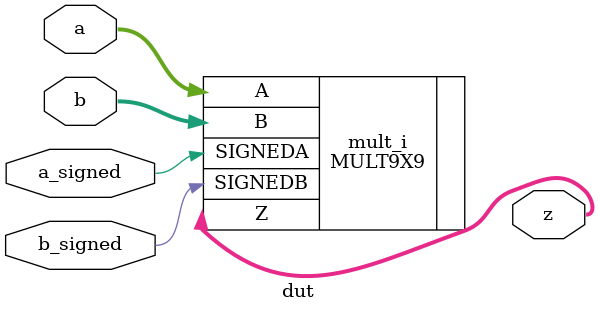
<source format=v>
module dut(
	input a_signed, b_signed,
	input [8:0] a, b,
	output [17:0] z
);

	MULT9X9 #(
		.REGINPUTA("BYPASS"),
		.REGINPUTB("BYPASS"),
		.REGOUTPUT("BYPASS"),
		.GSR("DISABLED")
	) mult_i (
		.A(a),
		.B(b),
		.SIGNEDA(a_signed),
		.SIGNEDB(b_signed),
		.Z(z)
	);

endmodule

</source>
